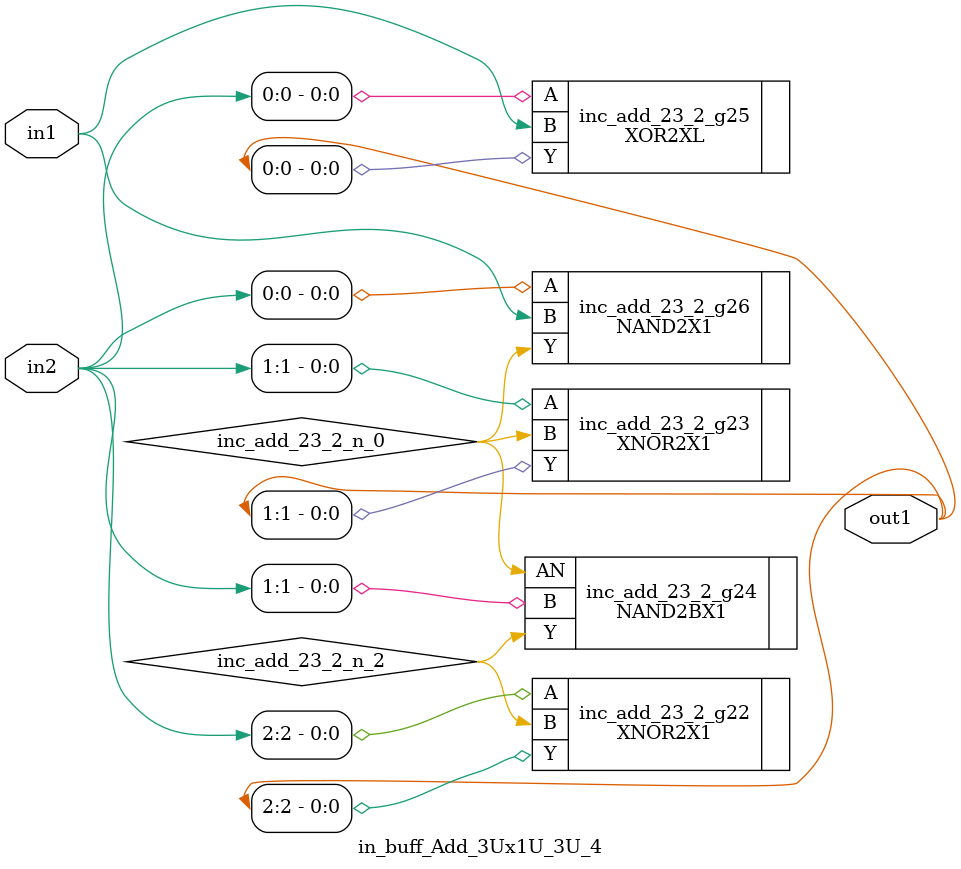
<source format=v>
`timescale 1ps / 1ps


module in_buff_Add_3Ux1U_3U_4(in2, in1, out1);
  input [2:0] in2;
  input in1;
  output [2:0] out1;
  wire [2:0] in2;
  wire in1;
  wire [2:0] out1;
  wire inc_add_23_2_n_0, inc_add_23_2_n_2;
  XNOR2X1 inc_add_23_2_g22(.A (in2[2]), .B (inc_add_23_2_n_2), .Y
       (out1[2]));
  XNOR2X1 inc_add_23_2_g23(.A (in2[1]), .B (inc_add_23_2_n_0), .Y
       (out1[1]));
  NAND2BX1 inc_add_23_2_g24(.AN (inc_add_23_2_n_0), .B (in2[1]), .Y
       (inc_add_23_2_n_2));
  XOR2XL inc_add_23_2_g25(.A (in2[0]), .B (in1), .Y (out1[0]));
  NAND2X1 inc_add_23_2_g26(.A (in2[0]), .B (in1), .Y
       (inc_add_23_2_n_0));
endmodule



</source>
